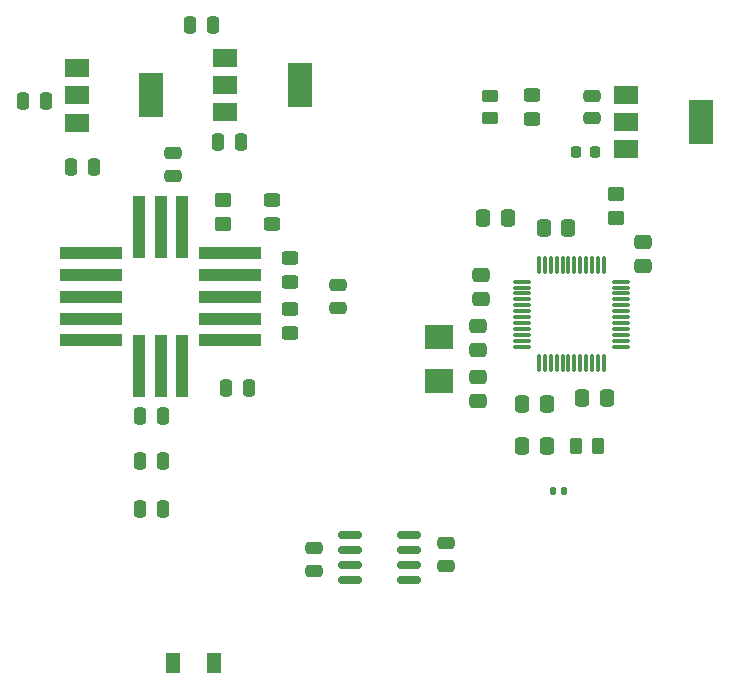
<source format=gbr>
%TF.GenerationSoftware,KiCad,Pcbnew,(6.0.7)*%
%TF.CreationDate,2023-02-12T17:06:42-05:00*%
%TF.ProjectId,GPS,4750532e-6b69-4636-9164-5f7063625858,rev?*%
%TF.SameCoordinates,Original*%
%TF.FileFunction,Paste,Top*%
%TF.FilePolarity,Positive*%
%FSLAX46Y46*%
G04 Gerber Fmt 4.6, Leading zero omitted, Abs format (unit mm)*
G04 Created by KiCad (PCBNEW (6.0.7)) date 2023-02-12 17:06:42*
%MOMM*%
%LPD*%
G01*
G04 APERTURE LIST*
G04 Aperture macros list*
%AMRoundRect*
0 Rectangle with rounded corners*
0 $1 Rounding radius*
0 $2 $3 $4 $5 $6 $7 $8 $9 X,Y pos of 4 corners*
0 Add a 4 corners polygon primitive as box body*
4,1,4,$2,$3,$4,$5,$6,$7,$8,$9,$2,$3,0*
0 Add four circle primitives for the rounded corners*
1,1,$1+$1,$2,$3*
1,1,$1+$1,$4,$5*
1,1,$1+$1,$6,$7*
1,1,$1+$1,$8,$9*
0 Add four rect primitives between the rounded corners*
20,1,$1+$1,$2,$3,$4,$5,0*
20,1,$1+$1,$4,$5,$6,$7,0*
20,1,$1+$1,$6,$7,$8,$9,0*
20,1,$1+$1,$8,$9,$2,$3,0*%
G04 Aperture macros list end*
%ADD10RoundRect,0.250000X-0.250000X-0.475000X0.250000X-0.475000X0.250000X0.475000X-0.250000X0.475000X0*%
%ADD11RoundRect,0.250000X-0.475000X0.337500X-0.475000X-0.337500X0.475000X-0.337500X0.475000X0.337500X0*%
%ADD12RoundRect,0.250000X-0.337500X-0.475000X0.337500X-0.475000X0.337500X0.475000X-0.337500X0.475000X0*%
%ADD13R,1.300000X1.700000*%
%ADD14R,2.000000X1.500000*%
%ADD15R,2.000000X3.800000*%
%ADD16RoundRect,0.250000X0.250000X0.475000X-0.250000X0.475000X-0.250000X-0.475000X0.250000X-0.475000X0*%
%ADD17RoundRect,0.250000X-0.475000X0.250000X-0.475000X-0.250000X0.475000X-0.250000X0.475000X0.250000X0*%
%ADD18RoundRect,0.250000X-0.450000X0.325000X-0.450000X-0.325000X0.450000X-0.325000X0.450000X0.325000X0*%
%ADD19RoundRect,0.075000X-0.662500X-0.075000X0.662500X-0.075000X0.662500X0.075000X-0.662500X0.075000X0*%
%ADD20RoundRect,0.075000X-0.075000X-0.662500X0.075000X-0.662500X0.075000X0.662500X-0.075000X0.662500X0*%
%ADD21RoundRect,0.150000X-0.825000X-0.150000X0.825000X-0.150000X0.825000X0.150000X-0.825000X0.150000X0*%
%ADD22RoundRect,0.147500X0.147500X0.172500X-0.147500X0.172500X-0.147500X-0.172500X0.147500X-0.172500X0*%
%ADD23RoundRect,0.225000X0.225000X0.250000X-0.225000X0.250000X-0.225000X-0.250000X0.225000X-0.250000X0*%
%ADD24RoundRect,0.250000X0.337500X0.475000X-0.337500X0.475000X-0.337500X-0.475000X0.337500X-0.475000X0*%
%ADD25R,5.350000X1.000000*%
%ADD26R,1.000000X5.350000*%
%ADD27RoundRect,0.250000X0.450000X-0.350000X0.450000X0.350000X-0.450000X0.350000X-0.450000X-0.350000X0*%
%ADD28R,2.400000X2.000000*%
%ADD29RoundRect,0.250000X0.475000X-0.250000X0.475000X0.250000X-0.475000X0.250000X-0.475000X-0.250000X0*%
%ADD30RoundRect,0.250000X-0.450000X0.262500X-0.450000X-0.262500X0.450000X-0.262500X0.450000X0.262500X0*%
%ADD31RoundRect,0.250000X0.450000X-0.325000X0.450000X0.325000X-0.450000X0.325000X-0.450000X-0.325000X0*%
%ADD32RoundRect,0.250000X0.262500X0.450000X-0.262500X0.450000X-0.262500X-0.450000X0.262500X-0.450000X0*%
%ADD33RoundRect,0.250000X-0.450000X0.350000X-0.450000X-0.350000X0.450000X-0.350000X0.450000X0.350000X0*%
G04 APERTURE END LIST*
D10*
%TO.C,C110*%
X138496000Y-124968000D03*
X140396000Y-124968000D03*
%TD*%
D11*
%TO.C,C118*%
X167049800Y-117812500D03*
X167049800Y-119887500D03*
%TD*%
D12*
%TO.C,C123*%
X170838300Y-123676000D03*
X172913300Y-123676000D03*
%TD*%
D13*
%TO.C,D101*%
X141250000Y-142000000D03*
X144750000Y-142000000D03*
%TD*%
D12*
%TO.C,C122*%
X170838300Y-120120000D03*
X172913300Y-120120000D03*
%TD*%
D10*
%TO.C,C109*%
X138496000Y-129000000D03*
X140396000Y-129000000D03*
%TD*%
D14*
%TO.C,U103*%
X179647800Y-93944000D03*
X179647800Y-96244000D03*
X179647800Y-98544000D03*
D15*
X185947800Y-96244000D03*
%TD*%
D16*
%TO.C,C101*%
X130490000Y-94488000D03*
X128590000Y-94488000D03*
%TD*%
D17*
%TO.C,C108*%
X164338000Y-131892000D03*
X164338000Y-133792000D03*
%TD*%
D18*
%TO.C,L101*%
X151130000Y-107711000D03*
X151130000Y-109761000D03*
%TD*%
D14*
%TO.C,U102*%
X145694000Y-90780000D03*
X145694000Y-93080000D03*
X145694000Y-95380000D03*
D15*
X151994000Y-93080000D03*
%TD*%
D19*
%TO.C,U107*%
X170837500Y-109750000D03*
X170837500Y-110250000D03*
X170837500Y-110750000D03*
X170837500Y-111250000D03*
X170837500Y-111750000D03*
X170837500Y-112250000D03*
X170837500Y-112750000D03*
X170837500Y-113250000D03*
X170837500Y-113750000D03*
X170837500Y-114250000D03*
X170837500Y-114750000D03*
X170837500Y-115250000D03*
D20*
X172250000Y-116662500D03*
X172750000Y-116662500D03*
X173250000Y-116662500D03*
X173750000Y-116662500D03*
X174250000Y-116662500D03*
X174750000Y-116662500D03*
X175250000Y-116662500D03*
X175750000Y-116662500D03*
X176250000Y-116662500D03*
X176750000Y-116662500D03*
X177250000Y-116662500D03*
X177750000Y-116662500D03*
D19*
X179162500Y-115250000D03*
X179162500Y-114750000D03*
X179162500Y-114250000D03*
X179162500Y-113750000D03*
X179162500Y-113250000D03*
X179162500Y-112750000D03*
X179162500Y-112250000D03*
X179162500Y-111750000D03*
X179162500Y-111250000D03*
X179162500Y-110750000D03*
X179162500Y-110250000D03*
X179162500Y-109750000D03*
D20*
X177750000Y-108337500D03*
X177250000Y-108337500D03*
X176750000Y-108337500D03*
X176250000Y-108337500D03*
X175750000Y-108337500D03*
X175250000Y-108337500D03*
X174750000Y-108337500D03*
X174250000Y-108337500D03*
X173750000Y-108337500D03*
X173250000Y-108337500D03*
X172750000Y-108337500D03*
X172250000Y-108337500D03*
%TD*%
D21*
%TO.C,U106*%
X156275000Y-131191000D03*
X156275000Y-132461000D03*
X156275000Y-133731000D03*
X156275000Y-135001000D03*
X161225000Y-135001000D03*
X161225000Y-133731000D03*
X161225000Y-132461000D03*
X161225000Y-131191000D03*
%TD*%
D12*
%TO.C,C120*%
X172641700Y-105235600D03*
X174716700Y-105235600D03*
%TD*%
D22*
%TO.C,L103*%
X174392800Y-127486000D03*
X173422800Y-127486000D03*
%TD*%
D23*
%TO.C,C103*%
X176968800Y-98784000D03*
X175418800Y-98784000D03*
%TD*%
D18*
%TO.C,L102*%
X151130000Y-112029000D03*
X151130000Y-114079000D03*
%TD*%
D10*
%TO.C,C113*%
X145760400Y-118727200D03*
X147660400Y-118727200D03*
%TD*%
D24*
%TO.C,C115*%
X169611300Y-104372000D03*
X167536300Y-104372000D03*
%TD*%
D11*
%TO.C,C117*%
X167303800Y-109176500D03*
X167303800Y-111251500D03*
%TD*%
D25*
%TO.C,U105*%
X134333000Y-114731000D03*
X134333000Y-112881000D03*
X134333000Y-111031000D03*
X134333000Y-109181000D03*
X134333000Y-107331000D03*
D26*
X138358000Y-105156000D03*
X140208000Y-105156000D03*
X142058000Y-105156000D03*
D25*
X146083000Y-107331000D03*
X146083000Y-109181000D03*
X146083000Y-111031000D03*
X146083000Y-112881000D03*
X146083000Y-114731000D03*
D26*
X142058000Y-116906000D03*
X140208000Y-116906000D03*
X138358000Y-116906000D03*
%TD*%
D27*
%TO.C,R102*%
X145516600Y-104842800D03*
X145516600Y-102842800D03*
%TD*%
D28*
%TO.C,Y101*%
X163747800Y-114460000D03*
X163747800Y-118160000D03*
%TD*%
D29*
%TO.C,C112*%
X141224000Y-100772000D03*
X141224000Y-98872000D03*
%TD*%
D14*
%TO.C,U101*%
X133096000Y-91680000D03*
D15*
X139396000Y-93980000D03*
D14*
X133096000Y-93980000D03*
X133096000Y-96280000D03*
%TD*%
D18*
%TO.C,D102*%
X171621800Y-93949000D03*
X171621800Y-95999000D03*
%TD*%
D30*
%TO.C,R101*%
X168065800Y-94061500D03*
X168065800Y-95886500D03*
%TD*%
D10*
%TO.C,C104*%
X132654000Y-100076000D03*
X134554000Y-100076000D03*
%TD*%
D31*
%TO.C,D103*%
X149606000Y-104911000D03*
X149606000Y-102861000D03*
%TD*%
D11*
%TO.C,C121*%
X181019800Y-106382500D03*
X181019800Y-108457500D03*
%TD*%
D10*
%TO.C,C105*%
X142728000Y-88000000D03*
X144628000Y-88000000D03*
%TD*%
D11*
%TO.C,C116*%
X167049800Y-113494500D03*
X167049800Y-115569500D03*
%TD*%
D16*
%TO.C,C107*%
X140396000Y-121158000D03*
X138496000Y-121158000D03*
%TD*%
D32*
%TO.C,R103*%
X177209800Y-123676000D03*
X175384800Y-123676000D03*
%TD*%
D29*
%TO.C,C106*%
X176701800Y-95924000D03*
X176701800Y-94024000D03*
%TD*%
D10*
%TO.C,C102*%
X145100000Y-97906000D03*
X147000000Y-97906000D03*
%TD*%
D33*
%TO.C,R104*%
X178733800Y-102356000D03*
X178733800Y-104356000D03*
%TD*%
D17*
%TO.C,C114*%
X155194000Y-110048000D03*
X155194000Y-111948000D03*
%TD*%
D24*
%TO.C,C119*%
X177993300Y-119612000D03*
X175918300Y-119612000D03*
%TD*%
D29*
%TO.C,C111*%
X153162000Y-134234000D03*
X153162000Y-132334000D03*
%TD*%
M02*

</source>
